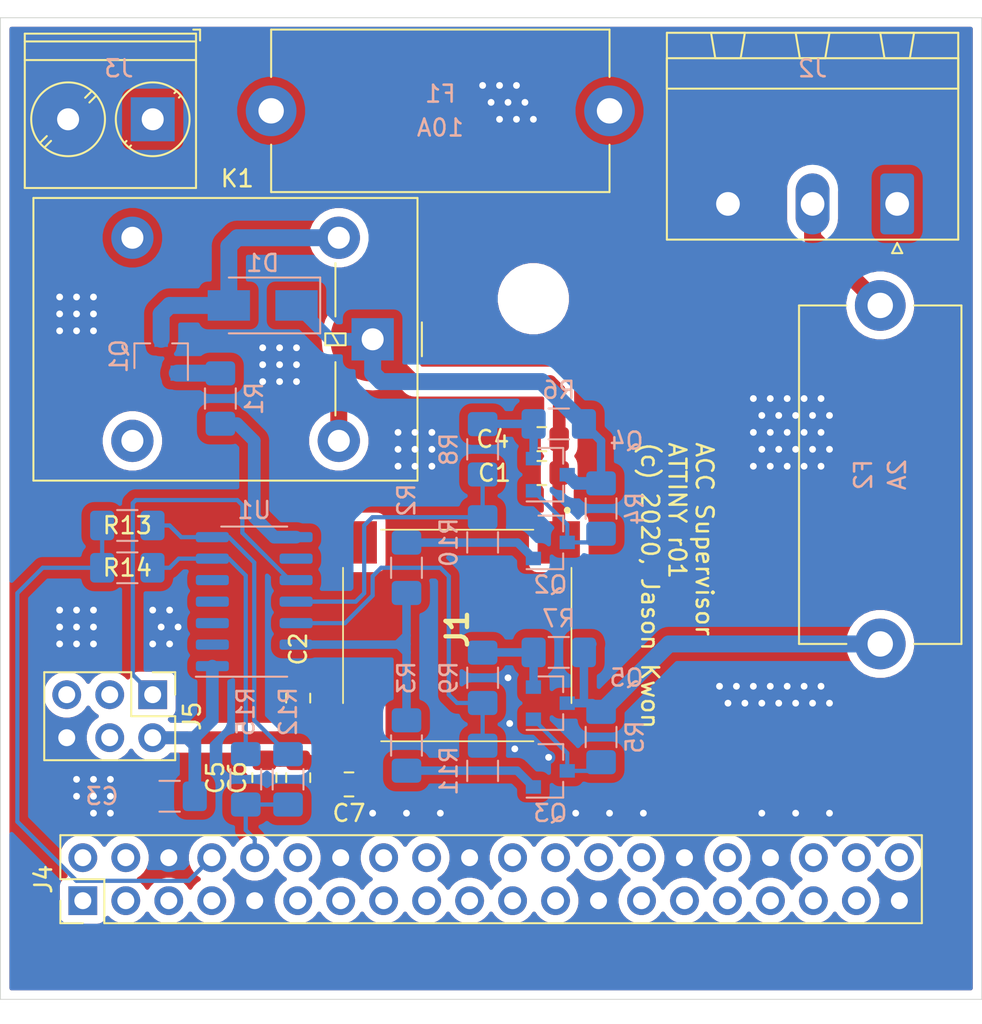
<source format=kicad_pcb>
(kicad_pcb (version 20171130) (host pcbnew "(5.1.6)-1")
  (title_block (title ATTINY-ACC-Supervisor) (date 2020-09-01) (rev r01) (comment 4 "(c) 2020, Jason Kwon"))
  (layers (0 F.Cu signal) (31 B.Cu signal) (34 B.Paste user) (35 F.Paste user) (36 B.SilkS user) (37 F.SilkS user) (38 B.Mask user) (39 F.Mask user) (44 Edge.Cuts user))
  (net 0 "")
  (net 1 /12V)
  (net 2 GND)
  (net 3 /3V3)
  (net 4 "Net-(D1-Pad2)")
  (net 5 /12V_IN)
  (net 6 /ACC)
  (net 7 /ACC_IN)
  (net 8 /JST_12V)
  (net 9 /JST_TX)
  (net 10 /JST_RX)
  (net 11 /UPDI_DATA)
  (net 12 "Net-(Q1-Pad1)")
  (net 13 "Net-(Q2-Pad3)")
  (net 14 "Net-(Q2-Pad1)")
  (net 15 "Net-(Q3-Pad1)")
  (net 16 "Net-(Q3-Pad3)")
  (net 17 "Net-(Q4-Pad2)")
  (net 18 "Net-(Q5-Pad2)")
  (net 19 /RLY_ON)
  (net 20 /ADC_ON)
  (net 21 /ADC1_VIN)
  (net 22 /ADC2_ACC)
  (net 23 /AVR_TX)
  (net 24 /AVR_RX)
  (module Capacitor_SMD:C_1206_3216Metric_Pad1.42x1.75mm_HandSolder (layer B.Cu) (at 200 93 180)
    (fp_text reference C3 (at 4 0) (layer B.SilkS) (effects (justify mirror)))
    (fp_text value 0.1u)
    (pad 1 smd roundrect (at -1.4875 0 180) (size 1.425 1.75) (layers B.Cu B.Paste B.Mask) (roundrect_rratio 0.175439) (net 3 /3V3))
    (pad 2 smd roundrect (at 1.4875 0 180) (size 1.425 1.75) (layers B.Cu B.Paste B.Mask) (roundrect_rratio 0.175439) (net 2 GND))
  )
  (module Diode_SMD:D_SMA (layer B.Cu) (at 205.5 64 180)
    (fp_text reference D1 (at 0 2.5) (layer B.SilkS) (effects (justify mirror)))
    (fp_text value US1A)
    (pad 1 smd rect (at -2 0 180) (size 2.5 1.8) (layers B.Cu B.Paste B.Mask) (net 1 /12V))
    (pad 2 smd rect (at 2 0 180) (size 2.5 1.8) (layers B.Cu B.Paste B.Mask) (net 4 "Net-(D1-Pad2)"))
  )
  (module attiny1614_accsupervisor:Fuseholder_Cylinder-5x20mm_Geoyoung_GF-205B (layer F.Cu) (at 226 52.5 180)
    (fp_text reference F1 (at 10 1) (layer B.SilkS) (effects (justify mirror)))
    (fp_text value 10A (at 10 -1) (layer B.SilkS) (effects (justify mirror)))
    (pad 1 thru_hole circle (at 0 0 180) (size 3 3) (drill 1.5) (layers *.Cu *.Mask) (net 5 /12V_IN))
    (pad 2 thru_hole circle (at 20 0 180) (size 3 3) (drill 1.5) (layers *.Cu *.Mask) (net 1 /12V))
  )
  (module attiny1614_accsupervisor:Fuseholder_Cylinder-5x20mm_Geoyoung_GF-205B (layer F.Cu) (at 242 64 270)
    (fp_text reference F2 (at 10 1 90) (layer B.SilkS) (effects (justify mirror)))
    (fp_text value 2A (at 10 -1 90) (layer B.SilkS) (effects (justify mirror)))
    (pad 2 thru_hole circle (at 20 0 270) (size 3 3) (drill 1.5) (layers *.Cu *.Mask) (net 6 /ACC))
    (pad 1 thru_hole circle (at 0 0 270) (size 3 3) (drill 1.5) (layers *.Cu *.Mask) (net 7 /ACC_IN))
  )
  (module SamacSys_Parts:VXO7803500MTR (layer F.Cu) (at 217 83.5 270)
    (fp_text reference J1 (at -0.375 0 90) (layer F.SilkS) (effects (font (size 1.27 1.27) (thickness 0.254))))
    (fp_text value VXO7803-500-M-TR hide)
    (pad 1 smd rect (at -5.5 -6) (size 2.5 2.5) (layers F.Cu F.Paste F.Mask) (net 1 /12V))
    (pad 2 smd rect (at 5.5 -6) (size 2.5 2.5) (layers F.Cu F.Paste F.Mask) (net 2 GND))
    (pad 3 smd rect (at 5.5 6) (size 2.5 2.5) (layers F.Cu F.Paste F.Mask) (net 3 /3V3))
    (pad 4 smd rect (at -5.5 6) (size 2.5 2.5) (layers F.Cu F.Paste F.Mask))
  )
  (module Connector_Phoenix_MSTB:PhoenixContact_MSTBA_2,5_3-G_1x03_P5.00mm_Horizontal (layer F.Cu) (at 243 58 180)
    (fp_text reference J2 (at 5 8) (layer B.SilkS) (effects (justify mirror)))
    (fp_text value MSTBA_2,5_3-G)
    (pad 1 thru_hole roundrect (at 0 0 180) (size 2 3.6) (drill 1.4) (layers *.Cu *.Mask) (roundrect_rratio 0.125) (net 5 /12V_IN))
    (pad 2 thru_hole oval (at 5 0 180) (size 2 3.6) (drill 1.4) (layers *.Cu *.Mask) (net 7 /ACC_IN))
    (pad 3 thru_hole oval (at 10 0 180) (size 2 3.6) (drill 1.4) (layers *.Cu *.Mask) (net 2 GND))
  )
  (module TerminalBlock_Phoenix:TerminalBlock_Phoenix_PT-1,5-2-5.0-H_1x02_P5.00mm_Horizontal (layer F.Cu) (at 199 53 180)
    (fp_text reference J3 (at 2 3) (layer B.SilkS) (effects (justify mirror)))
    (fp_text value Conn_01x02)
    (pad 1 thru_hole rect (at 0 0 180) (size 2.6 2.6) (drill 1.3) (layers *.Cu *.Mask) (net 8 /JST_12V))
    (pad 2 thru_hole circle (at 5 0 180) (size 2.6 2.6) (drill 1.3) (layers *.Cu *.Mask) (net 2 GND))
  )
  (module Connector_PinHeader_2.54mm:PinHeader_2x20_P2.54mm_Vertical (layer F.Cu) (at 194.87 99.17 90)
    (fp_text reference J4 (at 1.27 -2.33 90) (layer F.SilkS))
    (fp_text value Conn_02x20_Odd_Even)
    (pad 1 thru_hole rect (at 0 0 90) (size 1.7 1.7) (drill 1) (layers *.Cu *.Mask))
    (pad 2 thru_hole oval (at 2.54 0 90) (size 1.7 1.7) (drill 1) (layers *.Cu *.Mask))
    (pad 3 thru_hole oval (at 0 2.54 90) (size 1.7 1.7) (drill 1) (layers *.Cu *.Mask))
    (pad 4 thru_hole oval (at 2.54 2.54 90) (size 1.7 1.7) (drill 1) (layers *.Cu *.Mask))
    (pad 5 thru_hole oval (at 0 5.08 90) (size 1.7 1.7) (drill 1) (layers *.Cu *.Mask))
    (pad 6 thru_hole oval (at 2.54 5.08 90) (size 1.7 1.7) (drill 1) (layers *.Cu *.Mask) (net 2 GND))
    (pad 7 thru_hole oval (at 0 7.62 90) (size 1.7 1.7) (drill 1) (layers *.Cu *.Mask))
    (pad 8 thru_hole oval (at 2.54 7.62 90) (size 1.7 1.7) (drill 1) (layers *.Cu *.Mask) (net 9 /JST_TX))
    (pad 9 thru_hole oval (at 0 10.16 90) (size 1.7 1.7) (drill 1) (layers *.Cu *.Mask) (net 2 GND))
    (pad 10 thru_hole oval (at 2.54 10.16 90) (size 1.7 1.7) (drill 1) (layers *.Cu *.Mask) (net 10 /JST_RX))
    (pad 11 thru_hole oval (at 0 12.7 90) (size 1.7 1.7) (drill 1) (layers *.Cu *.Mask))
    (pad 12 thru_hole oval (at 2.54 12.7 90) (size 1.7 1.7) (drill 1) (layers *.Cu *.Mask))
    (pad 13 thru_hole oval (at 0 15.24 90) (size 1.7 1.7) (drill 1) (layers *.Cu *.Mask))
    (pad 14 thru_hole oval (at 2.54 15.24 90) (size 1.7 1.7) (drill 1) (layers *.Cu *.Mask) (net 2 GND))
    (pad 15 thru_hole oval (at 0 17.78 90) (size 1.7 1.7) (drill 1) (layers *.Cu *.Mask))
    (pad 16 thru_hole oval (at 2.54 17.78 90) (size 1.7 1.7) (drill 1) (layers *.Cu *.Mask))
    (pad 17 thru_hole oval (at 0 20.32 90) (size 1.7 1.7) (drill 1) (layers *.Cu *.Mask))
    (pad 18 thru_hole oval (at 2.54 20.32 90) (size 1.7 1.7) (drill 1) (layers *.Cu *.Mask))
    (pad 19 thru_hole oval (at 0 22.86 90) (size 1.7 1.7) (drill 1) (layers *.Cu *.Mask))
    (pad 20 thru_hole oval (at 2.54 22.86 90) (size 1.7 1.7) (drill 1) (layers *.Cu *.Mask) (net 2 GND))
    (pad 21 thru_hole oval (at 0 25.4 90) (size 1.7 1.7) (drill 1) (layers *.Cu *.Mask))
    (pad 22 thru_hole oval (at 2.54 25.4 90) (size 1.7 1.7) (drill 1) (layers *.Cu *.Mask))
    (pad 23 thru_hole oval (at 0 27.94 90) (size 1.7 1.7) (drill 1) (layers *.Cu *.Mask))
    (pad 24 thru_hole oval (at 2.54 27.94 90) (size 1.7 1.7) (drill 1) (layers *.Cu *.Mask))
    (pad 25 thru_hole oval (at 0 30.48 90) (size 1.7 1.7) (drill 1) (layers *.Cu *.Mask) (net 2 GND))
    (pad 26 thru_hole oval (at 2.54 30.48 90) (size 1.7 1.7) (drill 1) (layers *.Cu *.Mask))
    (pad 27 thru_hole oval (at 0 33.02 90) (size 1.7 1.7) (drill 1) (layers *.Cu *.Mask))
    (pad 28 thru_hole oval (at 2.54 33.02 90) (size 1.7 1.7) (drill 1) (layers *.Cu *.Mask))
    (pad 29 thru_hole oval (at 0 35.56 90) (size 1.7 1.7) (drill 1) (layers *.Cu *.Mask))
    (pad 30 thru_hole oval (at 2.54 35.56 90) (size 1.7 1.7) (drill 1) (layers *.Cu *.Mask) (net 2 GND))
    (pad 31 thru_hole oval (at 0 38.1 90) (size 1.7 1.7) (drill 1) (layers *.Cu *.Mask))
    (pad 32 thru_hole oval (at 2.54 38.1 90) (size 1.7 1.7) (drill 1) (layers *.Cu *.Mask))
    (pad 33 thru_hole oval (at 0 40.64 90) (size 1.7 1.7) (drill 1) (layers *.Cu *.Mask))
    (pad 34 thru_hole oval (at 2.54 40.64 90) (size 1.7 1.7) (drill 1) (layers *.Cu *.Mask) (net 2 GND))
    (pad 35 thru_hole oval (at 0 43.18 90) (size 1.7 1.7) (drill 1) (layers *.Cu *.Mask))
    (pad 36 thru_hole oval (at 2.54 43.18 90) (size 1.7 1.7) (drill 1) (layers *.Cu *.Mask))
    (pad 37 thru_hole oval (at 0 45.72 90) (size 1.7 1.7) (drill 1) (layers *.Cu *.Mask))
    (pad 38 thru_hole oval (at 2.54 45.72 90) (size 1.7 1.7) (drill 1) (layers *.Cu *.Mask))
    (pad 39 thru_hole oval (at 0 48.26 90) (size 1.7 1.7) (drill 1) (layers *.Cu *.Mask) (net 2 GND))
    (pad 40 thru_hole oval (at 2.54 48.26 90) (size 1.7 1.7) (drill 1) (layers *.Cu *.Mask))
  )
  (module Connector_PinHeader_2.54mm:PinHeader_2x03_P2.54mm_Vertical (layer F.Cu) (at 199 87 270)
    (fp_text reference J5 (at 1.27 -2.33 90) (layer F.SilkS))
    (fp_text value AVR-UPDI-6)
    (pad 1 thru_hole rect (at 0 0 270) (size 1.7 1.7) (drill 1) (layers *.Cu *.Mask) (net 11 /UPDI_DATA))
    (pad 2 thru_hole oval (at 2.54 0 270) (size 1.7 1.7) (drill 1) (layers *.Cu *.Mask) (net 3 /3V3))
    (pad 3 thru_hole oval (at 0 2.54 270) (size 1.7 1.7) (drill 1) (layers *.Cu *.Mask))
    (pad 4 thru_hole oval (at 2.54 2.54 270) (size 1.7 1.7) (drill 1) (layers *.Cu *.Mask))
    (pad 5 thru_hole oval (at 0 5.08 270) (size 1.7 1.7) (drill 1) (layers *.Cu *.Mask))
    (pad 6 thru_hole oval (at 2.54 5.08 270) (size 1.7 1.7) (drill 1) (layers *.Cu *.Mask) (net 2 GND))
  )
  (module Relay_THT:Relay_SPDT_Omron-G5LE-1 (layer F.Cu) (at 212 66 270)
    (fp_text reference K1 (at -9.5 8) (layer F.SilkS))
    (fp_text value JSM1-12V-5)
    (pad 1 thru_hole rect (at 0 0 270) (size 2.5 2.5) (drill 1.3) (layers *.Cu *.Mask) (net 1 /12V))
    (pad 2 thru_hole oval (at -6 2 270) (size 2.5 2.5) (drill 1.3) (layers *.Cu *.Mask) (net 4 "Net-(D1-Pad2)"))
    (pad 3 thru_hole oval (at -6 14.2 270) (size 2.5 2.5) (drill 1.3) (layers *.Cu *.Mask) (net 8 /JST_12V))
    (pad 4 thru_hole oval (at 6 14.2 270) (size 2.5 2.5) (drill 1.3) (layers *.Cu *.Mask))
    (pad 5 thru_hole oval (at 6 2 270) (size 2.5 2.5) (drill 1.3) (layers *.Cu *.Mask) (net 1 /12V))
  )
  (module Package_TO_SOT_SMD:SOT-23 (layer B.Cu) (at 199.5 67 90)
    (fp_text reference Q1 (at 0 -2.5 90) (layer B.SilkS) (effects (justify mirror)))
    (fp_text value BC817)
    (pad 1 smd rect (at -1 0.95 90) (size 0.9 0.8) (layers B.Cu B.Paste B.Mask) (net 12 "Net-(Q1-Pad1)"))
    (pad 2 smd rect (at -1 -0.95 90) (size 0.9 0.8) (layers B.Cu B.Paste B.Mask) (net 2 GND))
    (pad 3 smd rect (at 1 0 90) (size 0.9 0.8) (layers B.Cu B.Paste B.Mask) (net 4 "Net-(D1-Pad2)"))
  )
  (module Package_TO_SOT_SMD:SOT-23 (layer B.Cu) (at 222.5 78)
    (fp_text reference Q2 (at 0 2.5) (layer B.SilkS) (effects (justify mirror)))
    (fp_text value BC817)
    (pad 3 smd rect (at 1 0) (size 0.9 0.8) (layers B.Cu B.Paste B.Mask) (net 13 "Net-(Q2-Pad3)"))
    (pad 2 smd rect (at -1 -0.95) (size 0.9 0.8) (layers B.Cu B.Paste B.Mask) (net 2 GND))
    (pad 1 smd rect (at -1 0.95) (size 0.9 0.8) (layers B.Cu B.Paste B.Mask) (net 14 "Net-(Q2-Pad1)"))
  )
  (module Package_TO_SOT_SMD:SOT-23 (layer B.Cu) (at 222.5 91.5)
    (fp_text reference Q3 (at 0 2.5) (layer B.SilkS) (effects (justify mirror)))
    (fp_text value BC817)
    (pad 1 smd rect (at -1 0.95) (size 0.9 0.8) (layers B.Cu B.Paste B.Mask) (net 15 "Net-(Q3-Pad1)"))
    (pad 2 smd rect (at -1 -0.95) (size 0.9 0.8) (layers B.Cu B.Paste B.Mask) (net 2 GND))
    (pad 3 smd rect (at 1 0) (size 0.9 0.8) (layers B.Cu B.Paste B.Mask) (net 16 "Net-(Q3-Pad3)"))
  )
  (module Package_TO_SOT_SMD:SOT-23 (layer B.Cu) (at 222.5 74)
    (fp_text reference Q4 (at 4.5 -2) (layer B.SilkS) (effects (justify mirror)))
    (fp_text value BSS84)
    (pad 1 smd rect (at -1 0.95) (size 0.9 0.8) (layers B.Cu B.Paste B.Mask) (net 13 "Net-(Q2-Pad3)"))
    (pad 2 smd rect (at -1 -0.95) (size 0.9 0.8) (layers B.Cu B.Paste B.Mask) (net 17 "Net-(Q4-Pad2)"))
    (pad 3 smd rect (at 1 0) (size 0.9 0.8) (layers B.Cu B.Paste B.Mask) (net 1 /12V))
  )
  (module Package_TO_SOT_SMD:SOT-23 (layer B.Cu) (at 222.5 87.5)
    (fp_text reference Q5 (at 4.5 -1.5) (layer B.SilkS) (effects (justify mirror)))
    (fp_text value BSS84)
    (pad 3 smd rect (at 1 0) (size 0.9 0.8) (layers B.Cu B.Paste B.Mask) (net 6 /ACC))
    (pad 2 smd rect (at -1 -0.95) (size 0.9 0.8) (layers B.Cu B.Paste B.Mask) (net 18 "Net-(Q5-Pad2)"))
    (pad 1 smd rect (at -1 0.95) (size 0.9 0.8) (layers B.Cu B.Paste B.Mask) (net 16 "Net-(Q3-Pad3)"))
  )
  (module Resistor_SMD:R_1206_3216Metric_Pad1.42x1.75mm_HandSolder (layer B.Cu) (at 203 69.5 270)
    (fp_text reference R1 (at 0 -2 270) (layer B.SilkS) (effects (justify mirror)))
    (fp_text value 1k)
    (pad 1 smd roundrect (at -1.4875 0 270) (size 1.425 1.75) (layers B.Cu B.Paste B.Mask) (roundrect_rratio 0.175439) (net 12 "Net-(Q1-Pad1)"))
    (pad 2 smd roundrect (at 1.4875 0 270) (size 1.425 1.75) (layers B.Cu B.Paste B.Mask) (roundrect_rratio 0.175439) (net 19 /RLY_ON))
  )
  (module Resistor_SMD:R_1206_3216Metric_Pad1.42x1.75mm_HandSolder (layer B.Cu) (at 214 79.5 270)
    (fp_text reference R2 (at -4 0 90) (layer B.SilkS) (effects (justify mirror)))
    (fp_text value 1k)
    (pad 2 smd roundrect (at 1.4875 0 270) (size 1.425 1.75) (layers B.Cu B.Paste B.Mask) (roundrect_rratio 0.175439) (net 20 /ADC_ON))
    (pad 1 smd roundrect (at -1.4875 0 270) (size 1.425 1.75) (layers B.Cu B.Paste B.Mask) (roundrect_rratio 0.175439) (net 14 "Net-(Q2-Pad1)"))
  )
  (module Resistor_SMD:R_1206_3216Metric_Pad1.42x1.75mm_HandSolder (layer B.Cu) (at 214 90 90)
    (fp_text reference R3 (at 4 0 90) (layer B.SilkS) (effects (justify mirror)))
    (fp_text value 1k)
    (pad 1 smd roundrect (at -1.4875 0 90) (size 1.425 1.75) (layers B.Cu B.Paste B.Mask) (roundrect_rratio 0.175439) (net 15 "Net-(Q3-Pad1)"))
    (pad 2 smd roundrect (at 1.4875 0 90) (size 1.425 1.75) (layers B.Cu B.Paste B.Mask) (roundrect_rratio 0.175439) (net 20 /ADC_ON))
  )
  (module Resistor_SMD:R_1206_3216Metric_Pad1.42x1.75mm_HandSolder (layer B.Cu) (at 225.5 76 90)
    (fp_text reference R4 (at 0 2 90) (layer B.SilkS) (effects (justify mirror)))
    (fp_text value 10k)
    (pad 1 smd roundrect (at -1.4875 0 90) (size 1.425 1.75) (layers B.Cu B.Paste B.Mask) (roundrect_rratio 0.175439) (net 13 "Net-(Q2-Pad3)"))
    (pad 2 smd roundrect (at 1.4875 0 90) (size 1.425 1.75) (layers B.Cu B.Paste B.Mask) (roundrect_rratio 0.175439) (net 1 /12V))
  )
  (module Resistor_SMD:R_1206_3216Metric_Pad1.42x1.75mm_HandSolder (layer B.Cu) (at 225.5 89.5 90)
    (fp_text reference R5 (at 0 2 90) (layer B.SilkS) (effects (justify mirror)))
    (fp_text value 10k)
    (pad 2 smd roundrect (at 1.4875 0 90) (size 1.425 1.75) (layers B.Cu B.Paste B.Mask) (roundrect_rratio 0.175439) (net 6 /ACC))
    (pad 1 smd roundrect (at -1.4875 0 90) (size 1.425 1.75) (layers B.Cu B.Paste B.Mask) (roundrect_rratio 0.175439) (net 16 "Net-(Q3-Pad3)"))
  )
  (module Resistor_SMD:R_1206_3216Metric_Pad1.42x1.75mm_HandSolder (layer B.Cu) (at 223 71)
    (fp_text reference R6 (at 0 -2) (layer B.SilkS) (effects (justify mirror)))
    (fp_text value DNP)
    (pad 1 smd roundrect (at -1.4875 0) (size 1.425 1.75) (layers B.Cu B.Paste B.Mask) (roundrect_rratio 0.175439) (net 17 "Net-(Q4-Pad2)"))
    (pad 2 smd roundrect (at 1.4875 0) (size 1.425 1.75) (layers B.Cu B.Paste B.Mask) (roundrect_rratio 0.175439) (net 1 /12V))
  )
  (module Resistor_SMD:R_1206_3216Metric_Pad1.42x1.75mm_HandSolder (layer B.Cu) (at 223 84.5)
    (fp_text reference R7 (at 0 -2) (layer B.SilkS) (effects (justify mirror)))
    (fp_text value DNP)
    (pad 2 smd roundrect (at 1.4875 0) (size 1.425 1.75) (layers B.Cu B.Paste B.Mask) (roundrect_rratio 0.175439) (net 6 /ACC))
    (pad 1 smd roundrect (at -1.4875 0) (size 1.425 1.75) (layers B.Cu B.Paste B.Mask) (roundrect_rratio 0.175439) (net 18 "Net-(Q5-Pad2)"))
  )
  (module Resistor_SMD:R_1206_3216Metric_Pad1.42x1.75mm_HandSolder (layer B.Cu) (at 218.5 72.5 90)
    (fp_text reference R8 (at 0 -2 90) (layer B.SilkS) (effects (justify mirror)))
    (fp_text value 10k)
    (pad 1 smd roundrect (at -1.4875 0 90) (size 1.425 1.75) (layers B.Cu B.Paste B.Mask) (roundrect_rratio 0.175439) (net 21 /ADC1_VIN))
    (pad 2 smd roundrect (at 1.4875 0 90) (size 1.425 1.75) (layers B.Cu B.Paste B.Mask) (roundrect_rratio 0.175439) (net 17 "Net-(Q4-Pad2)"))
  )
  (module Resistor_SMD:R_1206_3216Metric_Pad1.42x1.75mm_HandSolder (layer B.Cu) (at 218.5 86 90)
    (fp_text reference R9 (at 0 -2 90) (layer B.SilkS) (effects (justify mirror)))
    (fp_text value 10k)
    (pad 2 smd roundrect (at 1.4875 0 90) (size 1.425 1.75) (layers B.Cu B.Paste B.Mask) (roundrect_rratio 0.175439) (net 18 "Net-(Q5-Pad2)"))
    (pad 1 smd roundrect (at -1.4875 0 90) (size 1.425 1.75) (layers B.Cu B.Paste B.Mask) (roundrect_rratio 0.175439) (net 22 /ADC2_ACC))
  )
  (module Resistor_SMD:R_1206_3216Metric_Pad1.42x1.75mm_HandSolder (layer B.Cu) (at 218.5 78 90)
    (fp_text reference R10 (at 0 -2 90) (layer B.SilkS) (effects (justify mirror)))
    (fp_text value 2.2k)
    (pad 2 smd roundrect (at 1.4875 0 90) (size 1.425 1.75) (layers B.Cu B.Paste B.Mask) (roundrect_rratio 0.175439) (net 21 /ADC1_VIN))
    (pad 1 smd roundrect (at -1.4875 0 90) (size 1.425 1.75) (layers B.Cu B.Paste B.Mask) (roundrect_rratio 0.175439) (net 2 GND))
  )
  (module Resistor_SMD:R_1206_3216Metric_Pad1.42x1.75mm_HandSolder (layer B.Cu) (at 218.5 91.5 90)
    (fp_text reference R11 (at 0 -2 90) (layer B.SilkS) (effects (justify mirror)))
    (fp_text value 2.2k)
    (pad 1 smd roundrect (at -1.4875 0 90) (size 1.425 1.75) (layers B.Cu B.Paste B.Mask) (roundrect_rratio 0.175439) (net 2 GND))
    (pad 2 smd roundrect (at 1.4875 0 90) (size 1.425 1.75) (layers B.Cu B.Paste B.Mask) (roundrect_rratio 0.175439) (net 22 /ADC2_ACC))
  )
  (module Resistor_SMD:R_1206_3216Metric_Pad1.42x1.75mm_HandSolder (layer B.Cu) (at 207 92 90)
    (fp_text reference R12 (at 4 0 90) (layer B.SilkS) (effects (justify mirror)))
    (fp_text value 0)
    (pad 1 smd roundrect (at -1.4875 0 90) (size 1.425 1.75) (layers B.Cu B.Paste B.Mask) (roundrect_rratio 0.175439) (net 10 /JST_RX))
    (pad 2 smd roundrect (at 1.4875 0 90) (size 1.425 1.75) (layers B.Cu B.Paste B.Mask) (roundrect_rratio 0.175439) (net 23 /AVR_TX))
  )
  (module Resistor_SMD:R_1206_3216Metric_Pad1.42x1.75mm_HandSolder (layer B.Cu) (at 197.5 77)
    (fp_text reference R13 (at 0 0) (layer F.SilkS))
    (fp_text value DNP)
    (pad 2 smd roundrect (at 1.4875 0) (size 1.425 1.75) (layers B.Cu B.Paste B.Mask) (roundrect_rratio 0.175439) (net 23 /AVR_TX))
    (pad 1 smd roundrect (at -1.4875 0) (size 1.425 1.75) (layers B.Cu B.Paste B.Mask) (roundrect_rratio 0.175439) (net 9 /JST_TX))
  )
  (module Resistor_SMD:R_1206_3216Metric_Pad1.42x1.75mm_HandSolder (layer B.Cu) (at 197.5 79.5)
    (fp_text reference R14 (at 0 0) (layer F.SilkS))
    (fp_text value 0)
    (pad 1 smd roundrect (at -1.4875 0) (size 1.425 1.75) (layers B.Cu B.Paste B.Mask) (roundrect_rratio 0.175439) (net 9 /JST_TX))
    (pad 2 smd roundrect (at 1.4875 0) (size 1.425 1.75) (layers B.Cu B.Paste B.Mask) (roundrect_rratio 0.175439) (net 24 /AVR_RX))
  )
  (module Resistor_SMD:R_1206_3216Metric_Pad1.42x1.75mm_HandSolder (layer B.Cu) (at 204.5 92 90)
    (fp_text reference R15 (at 4 0 90) (layer B.SilkS) (effects (justify mirror)))
    (fp_text value DNP)
    (pad 2 smd roundrect (at 1.4875 0 90) (size 1.425 1.75) (layers B.Cu B.Paste B.Mask) (roundrect_rratio 0.175439) (net 24 /AVR_RX))
    (pad 1 smd roundrect (at -1.4875 0 90) (size 1.425 1.75) (layers B.Cu B.Paste B.Mask) (roundrect_rratio 0.175439) (net 10 /JST_RX))
  )
  (module Package_SO:SOIC-14_3.9x8.7mm_P1.27mm (layer B.Cu) (at 205 81.5)
    (fp_text reference U1 (at 0 -5.4) (layer B.SilkS) (effects (justify mirror)))
    (fp_text value ATtiny1614-SS)
    (pad 1 smd roundrect (at -2.475 3.81) (size 1.95 0.6) (layers B.Cu B.Paste B.Mask) (net 3 /3V3))
    (pad 2 smd roundrect (at -2.475 2.54) (size 1.95 0.6) (layers B.Cu B.Paste B.Mask))
    (pad 3 smd roundrect (at -2.475 1.27) (size 1.95 0.6) (layers B.Cu B.Paste B.Mask))
    (pad 4 smd roundrect (at -2.475 0) (size 1.95 0.6) (layers B.Cu B.Paste B.Mask))
    (pad 5 smd roundrect (at -2.475 -1.27) (size 1.95 0.6) (layers B.Cu B.Paste B.Mask))
    (pad 6 smd roundrect (at -2.475 -2.54) (size 1.95 0.6) (layers B.Cu B.Paste B.Mask) (net 24 /AVR_RX))
    (pad 7 smd roundrect (at -2.475 -3.81) (size 1.95 0.6) (layers B.Cu B.Paste B.Mask) (net 23 /AVR_TX))
    (pad 8 smd roundrect (at 2.475 -3.81) (size 1.95 0.6) (layers B.Cu B.Paste B.Mask) (net 19 /RLY_ON))
    (pad 9 smd roundrect (at 2.475 -2.54) (size 1.95 0.6) (layers B.Cu B.Paste B.Mask))
    (pad 10 smd roundrect (at 2.475 -1.27) (size 1.95 0.6) (layers B.Cu B.Paste B.Mask) (net 11 /UPDI_DATA))
    (pad 11 smd roundrect (at 2.475 0) (size 1.95 0.6) (layers B.Cu B.Paste B.Mask) (net 21 /ADC1_VIN))
    (pad 12 smd roundrect (at 2.475 1.27) (size 1.95 0.6) (layers B.Cu B.Paste B.Mask) (net 22 /ADC2_ACC))
    (pad 13 smd roundrect (at 2.475 2.54) (size 1.95 0.6) (layers B.Cu B.Paste B.Mask) (net 20 /ADC_ON))
    (pad 14 smd roundrect (at 2.475 3.81) (size 1.95 0.6) (layers B.Cu B.Paste B.Mask) (net 2 GND))
  )
  (module MountingHole:MountingHole_3.2mm_M3 (layer F.Cu) (at 221.5 63.6)
    (fp_text reference H1)
    (fp_text value 3.2mm)
    (pad 1 np_thru_hole circle (at 0 0) (size 3.2 3.2) (drill 3.2) (layers *.Cu *.Mask))
  )
  (module Capacitor_SMD:C_0805_2012Metric_Pad1.15x1.40mm_HandSolder (layer F.Cu) (at 222 71.9 180)
    (fp_text reference C4 (at 2.9 0) (layer F.SilkS))
    (fp_text value 4.7u)
    (pad 1 smd roundrect (at -1.025 0 180) (size 1.15 1.4) (layers F.Cu F.Paste F.Mask) (roundrect_rratio 0.217391) (net 1 /12V))
    (pad 2 smd roundrect (at 1.025 0 180) (size 1.15 1.4) (layers F.Cu F.Paste F.Mask) (roundrect_rratio 0.217391) (net 2 GND))
  )
  (module Capacitor_SMD:C_0805_2012Metric_Pad1.15x1.40mm_HandSolder (layer F.Cu) (at 205.6 91.9 270)
    (fp_text reference C5 (at 0 2.9 90) (layer F.SilkS))
    (fp_text value 4.7u)
    (pad 2 smd roundrect (at 1.025 0 270) (size 1.15 1.4) (layers F.Cu F.Paste F.Mask) (roundrect_rratio 0.217391) (net 2 GND))
    (pad 1 smd roundrect (at -1.025 0 270) (size 1.15 1.4) (layers F.Cu F.Paste F.Mask) (roundrect_rratio 0.217391) (net 3 /3V3))
  )
  (module Capacitor_SMD:C_0805_2012Metric_Pad1.15x1.40mm_HandSolder (layer F.Cu) (at 207.6 91.9 270)
    (fp_text reference C6 (at 0 3.6 90) (layer F.SilkS))
    (fp_text value 4.7u)
    (pad 1 smd roundrect (at -1.025 0 270) (size 1.15 1.4) (layers F.Cu F.Paste F.Mask) (roundrect_rratio 0.217391) (net 3 /3V3))
    (pad 2 smd roundrect (at 1.025 0 270) (size 1.15 1.4) (layers F.Cu F.Paste F.Mask) (roundrect_rratio 0.217391) (net 2 GND))
  )
  (module Capacitor_SMD:C_0805_2012Metric_Pad1.15x1.40mm_HandSolder (layer F.Cu) (at 210.6 92.3)
    (fp_text reference C7 (at 0 1.7) (layer F.SilkS))
    (fp_text value 4.7u)
    (pad 2 smd roundrect (at 1.025 0) (size 1.15 1.4) (layers F.Cu F.Paste F.Mask) (roundrect_rratio 0.217391) (net 2 GND))
    (pad 1 smd roundrect (at -1.025 0) (size 1.15 1.4) (layers F.Cu F.Paste F.Mask) (roundrect_rratio 0.217391) (net 3 /3V3))
  )
  (module Capacitor_SMD:C_0805_2012Metric_Pad1.15x1.40mm_HandSolder (layer F.Cu) (at 222 73.9 180)
    (fp_text reference C1 (at 2.8 0) (layer F.SilkS))
    (fp_text value 4.7u)
    (pad 1 smd roundrect (at -1.025 0 180) (size 1.15 1.4) (layers F.Cu F.Paste F.Mask) (roundrect_rratio 0.217391) (net 1 /12V))
    (pad 2 smd roundrect (at 1.025 0 180) (size 1.15 1.4) (layers F.Cu F.Paste F.Mask) (roundrect_rratio 0.217391) (net 2 GND))
  )
  (module Capacitor_SMD:C_0805_2012Metric_Pad1.15x1.40mm_HandSolder (layer F.Cu) (at 207.6 87.2 90)
    (fp_text reference C2 (at 2.9 0 90) (layer F.SilkS))
    (fp_text value 4.7u)
    (pad 2 smd roundrect (at 1.025 0 90) (size 1.15 1.4) (layers F.Cu F.Paste F.Mask) (roundrect_rratio 0.217391) (net 2 GND))
    (pad 1 smd roundrect (at -1.025 0 90) (size 1.15 1.4) (layers F.Cu F.Paste F.Mask) (roundrect_rratio 0.217391) (net 3 /3V3))
  )
  (gr_text "ACC Supervisor\nATTINY r01\n(c) 2020, Jason Kwon" (at 230 72 270) (layer F.SilkS) (effects (font (size 1 1)) (justify left)))
  (gr_line (start 190 105) (end 190 47) (layer Edge.Cuts) (width 0.05))
  (gr_line (start 248 105) (end 190 105) (layer Edge.Cuts) (width 0.05))
  (gr_line (start 248 47) (end 248 105) (layer Edge.Cuts) (width 0.05))
  (gr_line (start 190 47) (end 248 47) (layer Edge.Cuts) (width 0.05))
  (segment (start 225.4875 72) (end 224.4875 71) (width 0.5) (layer B.Cu) (net 1))
  (segment (start 225.5 72) (end 225.4875 72) (width 0.5) (layer B.Cu) (net 1))
  (segment (start 225.5 72) (end 225.5 74.5125) (width 0.5) (layer B.Cu) (net 1))
  (segment (start 209.5 66) (end 207.5 64) (width 0.75) (layer B.Cu) (net 1))
  (segment (start 212 66) (end 209.5 66) (width 0.75) (layer B.Cu) (net 1))
  (segment (start 206 52.5) (end 212 52.5) (width 5) (layer F.Cu) (net 1))
  (segment (start 212 52.5) (end 214.5 55) (width 5) (layer F.Cu) (net 1))
  (segment (start 214.5 63.5) (end 212 66) (width 5) (layer F.Cu) (net 1))
  (segment (start 214.5 55) (end 214.5 63.5) (width 5) (layer F.Cu) (net 1))
  (segment (start 212 66) (end 212 68) (width 1) (layer B.Cu) (net 1))
  (segment (start 212 68) (end 212.5 68.5) (width 1) (layer B.Cu) (net 1))
  (segment (start 221.9875 68.5) (end 224.4875 71) (width 1) (layer B.Cu) (net 1))
  (segment (start 212.5 68.5) (end 221.9875 68.5) (width 1) (layer B.Cu) (net 1))
  (segment (start 210 68) (end 212 66) (width 1) (layer F.Cu) (net 1))
  (segment (start 210 72) (end 210 68) (width 1) (layer F.Cu) (net 1))
  (segment (start 224.0125 74.5125) (end 223.5 74) (width 0.75) (layer B.Cu) (net 1))
  (segment (start 225.5 74.5125) (end 224.0125 74.5125) (width 0.75) (layer B.Cu) (net 1))
  (segment (start 223 73.925) (end 223.025 73.9) (width 0.75) (layer F.Cu) (net 1))
  (segment (start 223 78) (end 223 73.925) (width 0.75) (layer F.Cu) (net 1))
  (segment (start 223.025 73.9) (end 223.025 71.9) (width 0.75) (layer F.Cu) (net 1))
  (segment (start 222.5 68.5) (end 214.5 68.5) (width 0.75) (layer F.Cu) (net 1))
  (segment (start 223.025 71.9) (end 223.025 69.025) (width 0.75) (layer F.Cu) (net 1))
  (segment (start 214.5 68.5) (end 212 66) (width 0.75) (layer F.Cu) (net 1))
  (segment (start 223.025 69.025) (end 222.5 68.5) (width 0.75) (layer F.Cu) (net 1))
  (via (at 234.5 69.5) (size 0.8) (drill 0.4) (layers F.Cu B.Cu) (net 2))
  (via (at 235.5 69.5) (size 0.8) (drill 0.4) (layers F.Cu B.Cu) (net 2))
  (via (at 236.5 69.5) (size 0.8) (drill 0.4) (layers F.Cu B.Cu) (net 2))
  (via (at 237.5 69.5) (size 0.8) (drill 0.4) (layers F.Cu B.Cu) (net 2))
  (via (at 238.5 69.5) (size 0.8) (drill 0.4) (layers F.Cu B.Cu) (net 2))
  (via (at 235 70.5) (size 0.8) (drill 0.4) (layers F.Cu B.Cu) (net 2))
  (via (at 236 70.5) (size 0.8) (drill 0.4) (layers F.Cu B.Cu) (net 2))
  (via (at 237 70.5) (size 0.8) (drill 0.4) (layers F.Cu B.Cu) (net 2))
  (via (at 238 70.5) (size 0.8) (drill 0.4) (layers F.Cu B.Cu) (net 2))
  (via (at 239 70.5) (size 0.8) (drill 0.4) (layers F.Cu B.Cu) (net 2))
  (via (at 234.5 71.5) (size 0.8) (drill 0.4) (layers F.Cu B.Cu) (net 2))
  (via (at 235.5 71.5) (size 0.8) (drill 0.4) (layers F.Cu B.Cu) (net 2))
  (via (at 236.5 71.5) (size 0.8) (drill 0.4) (layers F.Cu B.Cu) (net 2))
  (via (at 237.5 71.5) (size 0.8) (drill 0.4) (layers F.Cu B.Cu) (net 2))
  (via (at 238.5 71.5) (size 0.8) (drill 0.4) (layers F.Cu B.Cu) (net 2))
  (via (at 235 72.5) (size 0.8) (drill 0.4) (layers F.Cu B.Cu) (net 2))
  (via (at 236 72.5) (size 0.8) (drill 0.4) (layers F.Cu B.Cu) (net 2))
  (via (at 237 72.5) (size 0.8) (drill 0.4) (layers F.Cu B.Cu) (net 2))
  (via (at 238 72.5) (size 0.8) (drill 0.4) (layers F.Cu B.Cu) (net 2))
  (via (at 239 72.5) (size 0.8) (drill 0.4) (layers F.Cu B.Cu) (net 2))
  (via (at 234.5 73.5) (size 0.8) (drill 0.4) (layers F.Cu B.Cu) (net 2))
  (via (at 235.5 73.5) (size 0.8) (drill 0.4) (layers F.Cu B.Cu) (net 2))
  (via (at 236.5 73.5) (size 0.8) (drill 0.4) (layers F.Cu B.Cu) (net 2))
  (via (at 237.5 73.5) (size 0.8) (drill 0.4) (layers F.Cu B.Cu) (net 2))
  (via (at 238.5 73.5) (size 0.8) (drill 0.4) (layers F.Cu B.Cu) (net 2))
  (via (at 218.5 51) (size 0.8) (drill 0.4) (layers F.Cu B.Cu) (net 2))
  (via (at 219.5 51) (size 0.8) (drill 0.4) (layers F.Cu B.Cu) (net 2))
  (via (at 220.5 51) (size 0.8) (drill 0.4) (layers F.Cu B.Cu) (net 2))
  (via (at 219 52) (size 0.8) (drill 0.4) (layers F.Cu B.Cu) (net 2))
  (via (at 220 52) (size 0.8) (drill 0.4) (layers F.Cu B.Cu) (net 2))
  (via (at 219.5 53) (size 0.8) (drill 0.4) (layers F.Cu B.Cu) (net 2))
  (via (at 220.5 53) (size 0.8) (drill 0.4) (layers F.Cu B.Cu) (net 2))
  (via (at 221 52) (size 0.8) (drill 0.4) (layers F.Cu B.Cu) (net 2))
  (via (at 221.5 53) (size 0.8) (drill 0.4) (layers F.Cu B.Cu) (net 2))
  (via (at 232.5 86.5) (size 0.8) (drill 0.4) (layers F.Cu B.Cu) (net 2))
  (via (at 233.5 86.5) (size 0.8) (drill 0.4) (layers F.Cu B.Cu) (net 2))
  (via (at 234.5 86.5) (size 0.8) (drill 0.4) (layers F.Cu B.Cu) (net 2))
  (via (at 235.5 86.5) (size 0.8) (drill 0.4) (layers F.Cu B.Cu) (net 2))
  (via (at 236.5 86.5) (size 0.8) (drill 0.4) (layers F.Cu B.Cu) (net 2))
  (via (at 233 87.5) (size 0.8) (drill 0.4) (layers F.Cu B.Cu) (net 2))
  (via (at 234 87.5) (size 0.8) (drill 0.4) (layers F.Cu B.Cu) (net 2))
  (via (at 235 87.5) (size 0.8) (drill 0.4) (layers F.Cu B.Cu) (net 2))
  (via (at 236 87.5) (size 0.8) (drill 0.4) (layers F.Cu B.Cu) (net 2))
  (via (at 237 87.5) (size 0.8) (drill 0.4) (layers F.Cu B.Cu) (net 2))
  (via (at 237.5 86.5) (size 0.8) (drill 0.4) (layers F.Cu B.Cu) (net 2))
  (via (at 238 87.5) (size 0.8) (drill 0.4) (layers F.Cu B.Cu) (net 2))
  (via (at 238.5 86.5) (size 0.8) (drill 0.4) (layers F.Cu B.Cu) (net 2))
  (via (at 239 87.5) (size 0.8) (drill 0.4) (layers F.Cu B.Cu) (net 2))
  (via (at 194.5 93) (size 0.8) (drill 0.4) (layers F.Cu B.Cu) (net 2))
  (via (at 194.5 92) (size 0.8) (drill 0.4) (layers F.Cu B.Cu) (net 2))
  (via (at 195.5 92) (size 0.8) (drill 0.4) (layers F.Cu B.Cu) (net 2))
  (via (at 195.5 93) (size 0.8) (drill 0.4) (layers F.Cu B.Cu) (net 2))
  (via (at 195.5 94) (size 0.8) (drill 0.4) (layers F.Cu B.Cu) (net 2))
  (via (at 196.5 92) (size 0.8) (drill 0.4) (layers F.Cu B.Cu) (net 2))
  (via (at 196.5 93) (size 0.8) (drill 0.4) (layers F.Cu B.Cu) (net 2))
  (via (at 196.5 94) (size 0.8) (drill 0.4) (layers F.Cu B.Cu) (net 2))
  (via (at 193.5 82) (size 0.8) (drill 0.4) (layers F.Cu B.Cu) (net 2))
  (via (at 194.5 82) (size 0.8) (drill 0.4) (layers F.Cu B.Cu) (net 2))
  (via (at 195.5 82) (size 0.8) (drill 0.4) (layers F.Cu B.Cu) (net 2))
  (via (at 195.5 83) (size 0.8) (drill 0.4) (layers F.Cu B.Cu) (net 2))
  (via (at 194.5 83) (size 0.8) (drill 0.4) (layers F.Cu B.Cu) (net 2))
  (via (at 193.5 83) (size 0.8) (drill 0.4) (layers F.Cu B.Cu) (net 2))
  (via (at 193.5 84) (size 0.8) (drill 0.4) (layers F.Cu B.Cu) (net 2))
  (via (at 194.5 84) (size 0.8) (drill 0.4) (layers F.Cu B.Cu) (net 2))
  (via (at 195.5 84) (size 0.8) (drill 0.4) (layers F.Cu B.Cu) (net 2))
  (via (at 193.5 63.5) (size 0.8) (drill 0.4) (layers F.Cu B.Cu) (net 2))
  (via (at 194.5 63.5) (size 0.8) (drill 0.4) (layers F.Cu B.Cu) (net 2))
  (via (at 195.5 63.5) (size 0.8) (drill 0.4) (layers F.Cu B.Cu) (net 2))
  (via (at 195.5 64.5) (size 0.8) (drill 0.4) (layers F.Cu B.Cu) (net 2))
  (via (at 194.5 64.5) (size 0.8) (drill 0.4) (layers F.Cu B.Cu) (net 2))
  (via (at 193.5 64.5) (size 0.8) (drill 0.4) (layers F.Cu B.Cu) (net 2))
  (via (at 193.5 65.5) (size 0.8) (drill 0.4) (layers F.Cu B.Cu) (net 2))
  (via (at 194.5 65.5) (size 0.8) (drill 0.4) (layers F.Cu B.Cu) (net 2))
  (via (at 195.5 65.5) (size 0.8) (drill 0.4) (layers F.Cu B.Cu) (net 2))
  (via (at 213.5 71.5) (size 0.8) (drill 0.4) (layers F.Cu B.Cu) (net 2))
  (via (at 214.5 71.5) (size 0.8) (drill 0.4) (layers F.Cu B.Cu) (net 2))
  (via (at 215.5 71.5) (size 0.8) (drill 0.4) (layers F.Cu B.Cu) (net 2))
  (via (at 215.5 72.5) (size 0.8) (drill 0.4) (layers F.Cu B.Cu) (net 2))
  (via (at 214.5 72.5) (size 0.8) (drill 0.4) (layers F.Cu B.Cu) (net 2))
  (via (at 213.5 72.5) (size 0.8) (drill 0.4) (layers F.Cu B.Cu) (net 2))
  (via (at 213.5 73.5) (size 0.8) (drill 0.4) (layers F.Cu B.Cu) (net 2))
  (via (at 214.5 73.5) (size 0.8) (drill 0.4) (layers F.Cu B.Cu) (net 2))
  (via (at 215.5 73.5) (size 0.8) (drill 0.4) (layers F.Cu B.Cu) (net 2))
  (via (at 205.5 66.5) (size 0.8) (drill 0.4) (layers F.Cu B.Cu) (net 2))
  (via (at 206.5 66.5) (size 0.8) (drill 0.4) (layers F.Cu B.Cu) (net 2))
  (via (at 207.5 66.5) (size 0.8) (drill 0.4) (layers F.Cu B.Cu) (net 2))
  (via (at 207.5 67.5) (size 0.8) (drill 0.4) (layers F.Cu B.Cu) (net 2))
  (via (at 206.5 67.5) (size 0.8) (drill 0.4) (layers F.Cu B.Cu) (net 2))
  (via (at 205.5 67.5) (size 0.8) (drill 0.4) (layers F.Cu B.Cu) (net 2))
  (via (at 205.5 68.5) (size 0.8) (drill 0.4) (layers F.Cu B.Cu) (net 2))
  (via (at 206.5 68.5) (size 0.8) (drill 0.4) (layers F.Cu B.Cu) (net 2))
  (via (at 207.5 68.5) (size 0.8) (drill 0.4) (layers F.Cu B.Cu) (net 2))
  (via (at 199 82) (size 0.8) (drill 0.4) (layers F.Cu B.Cu) (net 2))
  (via (at 200 82) (size 0.8) (drill 0.4) (layers F.Cu B.Cu) (net 2))
  (via (at 199.5 83) (size 0.8) (drill 0.4) (layers F.Cu B.Cu) (net 2))
  (via (at 200.5 83) (size 0.8) (drill 0.4) (layers F.Cu B.Cu) (net 2))
  (via (at 199 84) (size 0.8) (drill 0.4) (layers F.Cu B.Cu) (net 2))
  (via (at 200 84) (size 0.8) (drill 0.4) (layers F.Cu B.Cu) (net 2))
  (via (at 220 86) (size 0.8) (drill 0.4) (layers F.Cu B.Cu) (net 2))
  (via (at 220.4 90.2) (size 0.8) (drill 0.4) (layers F.Cu B.Cu) (net 2))
  (via (at 222.4 90.7) (size 0.8) (drill 0.4) (layers F.Cu B.Cu) (net 2))
  (via (at 220.1 88.7) (size 0.8) (drill 0.4) (layers F.Cu B.Cu) (net 2))
  (via (at 212 94) (size 0.8) (drill 0.4) (layers F.Cu B.Cu) (net 2))
  (via (at 214 94) (size 0.8) (drill 0.4) (layers F.Cu B.Cu) (net 2))
  (via (at 216 94) (size 0.8) (drill 0.4) (layers F.Cu B.Cu) (net 2))
  (via (at 224 94) (size 0.8) (drill 0.4) (layers F.Cu B.Cu) (net 2))
  (via (at 226 94) (size 0.8) (drill 0.4) (layers F.Cu B.Cu) (net 2))
  (via (at 228 94) (size 0.8) (drill 0.4) (layers F.Cu B.Cu) (net 2))
  (via (at 235 94) (size 0.8) (drill 0.4) (layers F.Cu B.Cu) (net 2))
  (via (at 237 94) (size 0.8) (drill 0.4) (layers F.Cu B.Cu) (net 2))
  (via (at 239 94) (size 0.8) (drill 0.4) (layers F.Cu B.Cu) (net 2))
  (segment (start 199 89.54) (end 201.04 89.54) (width 0.75) (layer B.Cu) (net 3))
  (segment (start 201.04 89.54) (end 201.4875 89.9875) (width 0.75) (layer B.Cu) (net 3))
  (segment (start 210.46 89.54) (end 211 89) (width 0.75) (layer F.Cu) (net 3))
  (segment (start 199 89.54) (end 201.46 89.54) (width 0.75) (layer B.Cu) (net 3))
  (segment (start 202.525 88.475) (end 202.525 85.31) (width 0.75) (layer B.Cu) (net 3))
  (segment (start 201.46 89.54) (end 202.525 88.475) (width 0.75) (layer B.Cu) (net 3))
  (segment (start 201.4875 90.5125) (end 201.4875 89.5675) (width 0.75) (layer B.Cu) (net 3))
  (segment (start 201.4875 90.5125) (end 201.4875 93) (width 0.75) (layer B.Cu) (net 3))
  (segment (start 201.4875 89.5675) (end 201.46 89.54) (width 0.75) (layer B.Cu) (net 3))
  (segment (start 201.4875 89.9875) (end 201.4875 90.5125) (width 0.75) (layer B.Cu) (net 3))
  (segment (start 207.6 88.225) (end 207.6 89.3) (width 0.75) (layer F.Cu) (net 3))
  (segment (start 207.6 89.3) (end 207.36 89.54) (width 0.75) (layer F.Cu) (net 3))
  (segment (start 207.36 89.54) (end 210.46 89.54) (width 0.75) (layer F.Cu) (net 3))
  (segment (start 206.525 89.705) (end 206.36 89.54) (width 0.75) (layer F.Cu) (net 3))
  (segment (start 206.525 90.875) (end 206.525 89.705) (width 0.75) (layer F.Cu) (net 3))
  (segment (start 207.6 90.875) (end 206.525 90.875) (width 0.75) (layer F.Cu) (net 3))
  (segment (start 206.525 90.875) (end 205.6 90.875) (width 0.75) (layer F.Cu) (net 3))
  (segment (start 199 89.54) (end 206.36 89.54) (width 0.75) (layer F.Cu) (net 3))
  (segment (start 206.36 89.54) (end 207.36 89.54) (width 0.75) (layer F.Cu) (net 3))
  (segment (start 208.15 90.875) (end 205.6 90.875) (width 0.75) (layer F.Cu) (net 3))
  (segment (start 209.575 92.3) (end 208.15 90.875) (width 0.75) (layer F.Cu) (net 3))
  (segment (start 199.5 66) (end 199.5 64.5) (width 1) (layer B.Cu) (net 4))
  (segment (start 200 64) (end 203.5 64) (width 1) (layer B.Cu) (net 4))
  (segment (start 199.5 64.5) (end 200 64) (width 1) (layer B.Cu) (net 4))
  (segment (start 210 60) (end 204 60) (width 1) (layer B.Cu) (net 4))
  (segment (start 203.5 60.5) (end 203.5 64) (width 1) (layer B.Cu) (net 4))
  (segment (start 204 60) (end 203.5 60.5) (width 1) (layer B.Cu) (net 4))
  (segment (start 239.3 52.5) (end 226 52.5) (width 5) (layer F.Cu) (net 5))
  (segment (start 243 56.2) (end 239.3 52.5) (width 5) (layer F.Cu) (net 5))
  (segment (start 243 58) (end 243 56.2) (width 5) (layer F.Cu) (net 5))
  (segment (start 224.9875 84) (end 224.4875 84.5) (width 0.5) (layer B.Cu) (net 6))
  (segment (start 224.9875 87.5) (end 225.5 88.0125) (width 0.5) (layer B.Cu) (net 6))
  (segment (start 224.4875 87.4875) (end 224.5 87.5) (width 0.5) (layer B.Cu) (net 6))
  (segment (start 224.4875 84.5) (end 224.4875 87.4875) (width 0.5) (layer B.Cu) (net 6))
  (segment (start 223.5 87.5) (end 224.5 87.5) (width 0.5) (layer B.Cu) (net 6))
  (segment (start 224.5 87.5) (end 224.9875 87.5) (width 0.5) (layer B.Cu) (net 6))
  (segment (start 229.5125 84) (end 225.5 88.0125) (width 1) (layer B.Cu) (net 6))
  (segment (start 242 84) (end 229.5125 84) (width 1) (layer B.Cu) (net 6))
  (segment (start 238 60) (end 242 64) (width 1) (layer F.Cu) (net 7))
  (segment (start 238 58) (end 238 60) (width 1) (layer F.Cu) (net 7))
  (segment (start 199 58.8) (end 197.8 60) (width 5) (layer F.Cu) (net 8))
  (segment (start 199 53) (end 199 58.8) (width 5) (layer F.Cu) (net 8))
  (segment (start 194.495997 97.994999) (end 191 94.499002) (width 0.25) (layer B.Cu) (net 9))
  (segment (start 202.49 96.63) (end 201.125001 97.994999) (width 0.25) (layer B.Cu) (net 9))
  (segment (start 201.125001 97.994999) (end 194.495997 97.994999) (width 0.25) (layer B.Cu) (net 9))
  (segment (start 191 94.499002) (end 191 81) (width 0.25) (layer B.Cu) (net 9))
  (segment (start 192.5 79.5) (end 196.0125 79.5) (width 0.25) (layer B.Cu) (net 9))
  (segment (start 191 81) (end 192.5 79.5) (width 0.25) (layer B.Cu) (net 9))
  (segment (start 196.0125 77) (end 196.0125 79.5) (width 0.25) (layer B.Cu) (net 9))
  (segment (start 204.5 93.4875) (end 207 93.4875) (width 0.25) (layer B.Cu) (net 10))
  (segment (start 205.03 96.63) (end 205.03 95.53) (width 0.25) (layer B.Cu) (net 10))
  (segment (start 204.5 95) (end 204.5 93.4875) (width 0.25) (layer B.Cu) (net 10))
  (segment (start 205.03 95.53) (end 204.5 95) (width 0.25) (layer B.Cu) (net 10))
  (segment (start 204.29999 76.789953) (end 204.29999 75.79999) (width 0.25) (layer B.Cu) (net 11))
  (segment (start 204.29999 75.79999) (end 204 75.5) (width 0.25) (layer B.Cu) (net 11))
  (segment (start 204 75.5) (end 198 75.5) (width 0.25) (layer B.Cu) (net 11))
  (segment (start 197.824999 75.675001) (end 197.824999 85.824999) (width 0.25) (layer B.Cu) (net 11))
  (segment (start 197.824999 85.824999) (end 199 87) (width 0.25) (layer B.Cu) (net 11))
  (segment (start 198 75.5) (end 197.824999 75.675001) (width 0.25) (layer B.Cu) (net 11))
  (segment (start 204.29999 77.431758) (end 204.29999 76.789953) (width 0.25) (layer B.Cu) (net 11))
  (segment (start 207.098232 80.23) (end 204.29999 77.431758) (width 0.25) (layer B.Cu) (net 11))
  (segment (start 207.475 80.23) (end 207.098232 80.23) (width 0.25) (layer B.Cu) (net 11))
  (segment (start 202.9875 68) (end 203 68.0125) (width 1) (layer B.Cu) (net 12))
  (segment (start 200.45 68) (end 202.9875 68) (width 1) (layer B.Cu) (net 12))
  (segment (start 223.5 76.95) (end 223.5 78) (width 0.25) (layer B.Cu) (net 13))
  (segment (start 221.5 74.95) (end 223.5 76.95) (width 0.25) (layer B.Cu) (net 13))
  (segment (start 224.9875 78) (end 225.5 77.4875) (width 0.25) (layer B.Cu) (net 13))
  (segment (start 223.5 78) (end 224.9875 78) (width 0.25) (layer B.Cu) (net 13))
  (segment (start 220.5625 78.0125) (end 221.5 78.95) (width 0.5) (layer B.Cu) (net 14))
  (segment (start 214 78.0125) (end 220.5625 78.0125) (width 0.5) (layer B.Cu) (net 14))
  (segment (start 220.5375 91.4875) (end 221.5 92.45) (width 0.5) (layer B.Cu) (net 15))
  (segment (start 214 91.4875) (end 220.5375 91.4875) (width 0.5) (layer B.Cu) (net 15))
  (segment (start 224.9875 91.5) (end 225.5 90.9875) (width 0.25) (layer B.Cu) (net 16))
  (segment (start 223.5 91.5) (end 224.9875 91.5) (width 0.25) (layer B.Cu) (net 16))
  (segment (start 223.5 90.45) (end 223.5 91.5) (width 0.25) (layer B.Cu) (net 16))
  (segment (start 221.5 88.45) (end 223.5 90.45) (width 0.25) (layer B.Cu) (net 16))
  (segment (start 218.5125 71) (end 218.5 71.0125) (width 0.5) (layer B.Cu) (net 17))
  (segment (start 221.5125 71) (end 218.5125 71) (width 0.5) (layer B.Cu) (net 17))
  (segment (start 221.5125 73.0375) (end 221.5 73.05) (width 0.5) (layer B.Cu) (net 17))
  (segment (start 221.5125 71) (end 221.5125 73.0375) (width 0.5) (layer B.Cu) (net 17))
  (segment (start 221.5 84.5125) (end 221.5125 84.5) (width 0.25) (layer B.Cu) (net 18))
  (segment (start 218.5125 84.5) (end 218.5 84.5125) (width 0.5) (layer B.Cu) (net 18))
  (segment (start 221.5125 84.5) (end 218.5125 84.5) (width 0.5) (layer B.Cu) (net 18))
  (segment (start 221.5125 86.5375) (end 221.5 86.55) (width 0.5) (layer B.Cu) (net 18))
  (segment (start 221.5125 84.5) (end 221.5125 86.5375) (width 0.5) (layer B.Cu) (net 18))
  (segment (start 207.475 77.69) (end 206.19 77.69) (width 0.75) (layer B.Cu) (net 19))
  (segment (start 206.19 77.69) (end 205 76.5) (width 0.75) (layer B.Cu) (net 19))
  (segment (start 205 76.5) (end 205 72) (width 0.75) (layer B.Cu) (net 19))
  (segment (start 203.9875 70.9875) (end 203 70.9875) (width 0.75) (layer B.Cu) (net 19))
  (segment (start 205 72) (end 203.9875 70.9875) (width 0.75) (layer B.Cu) (net 19))
  (segment (start 213.96 84.04) (end 214 84) (width 0.5) (layer B.Cu) (net 20))
  (segment (start 207.475 84.04) (end 213.54 84.04) (width 0.5) (layer B.Cu) (net 20))
  (segment (start 213.54 84.04) (end 213.96 84.04) (width 0.5) (layer B.Cu) (net 20))
  (segment (start 213.54 83.96) (end 214 83.5) (width 0.5) (layer B.Cu) (net 20))
  (segment (start 214 80.9875) (end 214 83.5) (width 0.5) (layer B.Cu) (net 20))
  (segment (start 214 83.5) (end 214 84) (width 0.5) (layer B.Cu) (net 20))
  (segment (start 213.54 84.04) (end 214 84.5) (width 0.5) (layer B.Cu) (net 20))
  (segment (start 213.54 83.96) (end 213.54 84.04) (width 0.5) (layer B.Cu) (net 20))
  (segment (start 214 84) (end 214 84.5) (width 0.5) (layer B.Cu) (net 20))
  (segment (start 214 84.5) (end 214 88.5125) (width 0.5) (layer B.Cu) (net 20))
  (segment (start 218.5 73.9875) (end 218.5 76.5125) (width 0.25) (layer B.Cu) (net 21))
  (segment (start 218.5 76.5125) (end 211.9875 76.5125) (width 0.25) (layer B.Cu) (net 21))
  (segment (start 211.9875 76.5125) (end 211.5 77) (width 0.25) (layer B.Cu) (net 21))
  (segment (start 211.5 77) (end 211.5 81) (width 0.25) (layer B.Cu) (net 21))
  (segment (start 211 81.5) (end 207.475 81.5) (width 0.25) (layer B.Cu) (net 21))
  (segment (start 211.5 81) (end 211 81.5) (width 0.25) (layer B.Cu) (net 21))
  (segment (start 218.5 87.4875) (end 218.5 90.0125) (width 0.25) (layer B.Cu) (net 22))
  (segment (start 210.36641 82.77) (end 212 81.13641) (width 0.25) (layer B.Cu) (net 22))
  (segment (start 207.475 82.77) (end 210.36641 82.77) (width 0.25) (layer B.Cu) (net 22))
  (segment (start 212 81.13641) (end 212 80) (width 0.25) (layer B.Cu) (net 22))
  (segment (start 212 80) (end 212.5 79.5) (width 0.25) (layer B.Cu) (net 22))
  (segment (start 212.5 79.5) (end 216 79.5) (width 0.25) (layer B.Cu) (net 22))
  (segment (start 216 79.5) (end 216.5 80) (width 0.25) (layer B.Cu) (net 22))
  (segment (start 216.5 80) (end 216.5 87) (width 0.25) (layer B.Cu) (net 22))
  (segment (start 216.9875 87.4875) (end 218.5 87.4875) (width 0.25) (layer B.Cu) (net 22))
  (segment (start 216.5 87) (end 216.9875 87.4875) (width 0.25) (layer B.Cu) (net 22))
  (segment (start 198.9875 77) (end 200 77) (width 0.25) (layer B.Cu) (net 23))
  (segment (start 200.69 77.69) (end 202.525 77.69) (width 0.25) (layer B.Cu) (net 23))
  (segment (start 200 77) (end 200.69 77.69) (width 0.25) (layer B.Cu) (net 23))
  (segment (start 205 88.5125) (end 207 90.5125) (width 0.25) (layer B.Cu) (net 23))
  (segment (start 205 79.19) (end 205 88.5125) (width 0.25) (layer B.Cu) (net 23))
  (segment (start 203.5 77.69) (end 205 79.19) (width 0.25) (layer B.Cu) (net 23))
  (segment (start 202.525 77.69) (end 203.5 77.69) (width 0.25) (layer B.Cu) (net 23))
  (segment (start 198.9875 79.5) (end 200 79.5) (width 0.25) (layer B.Cu) (net 24))
  (segment (start 200.54 78.96) (end 202.525 78.96) (width 0.25) (layer B.Cu) (net 24))
  (segment (start 200 79.5) (end 200.54 78.96) (width 0.25) (layer B.Cu) (net 24))
  (segment (start 204.5 79.96) (end 203.5 78.96) (width 0.25) (layer B.Cu) (net 24))
  (segment (start 203.5 78.96) (end 202.525 78.96) (width 0.25) (layer B.Cu) (net 24))
  (segment (start 204.5 90.5125) (end 204.5 79.96) (width 0.25) (layer B.Cu) (net 24))
  (zone (net 2) (net_name GND) (layer F.Cu) (connect_pads yes (clearance 0.508)) (min_thickness 0.254) (fill yes (arc_segments 32) (thermal_gap 0.508) (thermal_bridge_width 0.508))
    (polygon (pts (xy 247.5 104.5) (xy 190.4 104.5) (xy 190.4 47.5) (xy 247.5 47.5)))
  )
  (zone (net 2) (net_name GND) (layer B.Cu) (connect_pads yes (clearance 0.508)) (min_thickness 0.254) (fill yes (arc_segments 32) (thermal_gap 0.508) (thermal_bridge_width 0.508))
    (polygon (pts (xy 247.5 104.5) (xy 190.4 104.5) (xy 190.4 47.5) (xy 247.5 47.5)))
  )
)
</source>
